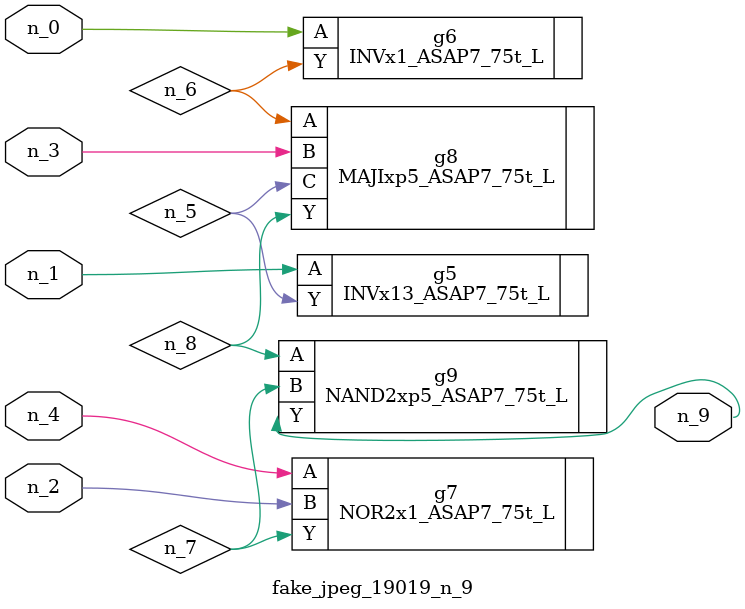
<source format=v>
module fake_jpeg_19019_n_9 (n_3, n_2, n_1, n_0, n_4, n_9);

input n_3;
input n_2;
input n_1;
input n_0;
input n_4;

output n_9;

wire n_8;
wire n_6;
wire n_5;
wire n_7;

INVx13_ASAP7_75t_L g5 ( 
.A(n_1),
.Y(n_5)
);

INVx1_ASAP7_75t_L g6 ( 
.A(n_0),
.Y(n_6)
);

NOR2x1_ASAP7_75t_L g7 ( 
.A(n_4),
.B(n_2),
.Y(n_7)
);

MAJIxp5_ASAP7_75t_L g8 ( 
.A(n_6),
.B(n_3),
.C(n_5),
.Y(n_8)
);

NAND2xp5_ASAP7_75t_L g9 ( 
.A(n_8),
.B(n_7),
.Y(n_9)
);


endmodule
</source>
